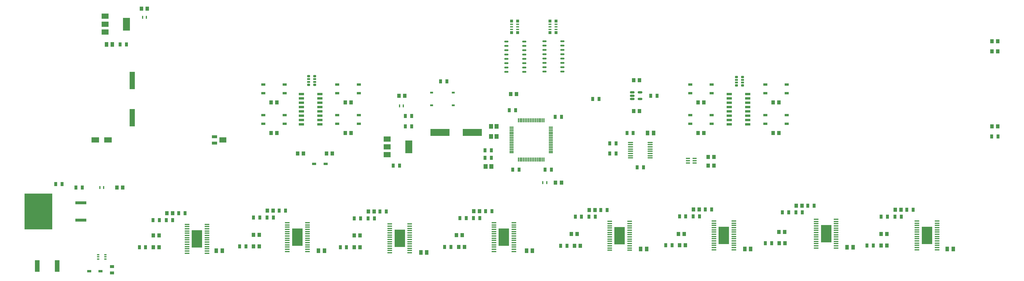
<source format=gtp>
G04 #@! TF.GenerationSoftware,KiCad,Pcbnew,7.0.7*
G04 #@! TF.CreationDate,2024-04-19T12:39:07-04:00*
G04 #@! TF.ProjectId,AOML_AB_3.0_reorganized-v2,414f4d4c-5f41-4425-9f33-2e305f72656f,1*
G04 #@! TF.SameCoordinates,Original*
G04 #@! TF.FileFunction,Paste,Top*
G04 #@! TF.FilePolarity,Positive*
%FSLAX46Y46*%
G04 Gerber Fmt 4.6, Leading zero omitted, Abs format (unit mm)*
G04 Created by KiCad (PCBNEW 7.0.7) date 2024-04-19 12:39:07*
%MOMM*%
%LPD*%
G01*
G04 APERTURE LIST*
G04 Aperture macros list*
%AMRoundRect*
0 Rectangle with rounded corners*
0 $1 Rounding radius*
0 $2 $3 $4 $5 $6 $7 $8 $9 X,Y pos of 4 corners*
0 Add a 4 corners polygon primitive as box body*
4,1,4,$2,$3,$4,$5,$6,$7,$8,$9,$2,$3,0*
0 Add four circle primitives for the rounded corners*
1,1,$1+$1,$2,$3*
1,1,$1+$1,$4,$5*
1,1,$1+$1,$6,$7*
1,1,$1+$1,$8,$9*
0 Add four rect primitives between the rounded corners*
20,1,$1+$1,$2,$3,$4,$5,0*
20,1,$1+$1,$4,$5,$6,$7,0*
20,1,$1+$1,$6,$7,$8,$9,0*
20,1,$1+$1,$8,$9,$2,$3,0*%
G04 Aperture macros list end*
%ADD10R,1.200000X0.400000*%
%ADD11R,0.855600X1.250000*%
%ADD12R,1.016000X1.219200*%
%ADD13R,1.200000X0.800000*%
%ADD14R,0.650001X0.399999*%
%ADD15R,1.305598X1.449997*%
%ADD16RoundRect,0.150000X-0.512500X-0.150000X0.512500X-0.150000X0.512500X0.150000X-0.512500X0.150000X0*%
%ADD17R,1.066800X1.346200*%
%ADD18R,2.000000X1.500000*%
%ADD19R,2.000000X3.800000*%
%ADD20R,1.100000X1.380000*%
%ADD21O,1.250000X0.549999*%
%ADD22R,1.525000X0.650000*%
%ADD23R,1.460000X3.440000*%
%ADD24R,1.210000X0.730000*%
%ADD25R,1.193800X0.304800*%
%ADD26R,0.304800X1.193800*%
%ADD27R,5.600000X2.100000*%
%ADD28R,0.457200X0.812800*%
%ADD29R,1.475000X0.450000*%
%ADD30R,3.100000X5.180000*%
%ADD31R,0.889000X0.914400*%
%ADD32R,0.889000X0.406400*%
%ADD33R,1.600200X5.105400*%
%ADD34R,2.184400X1.625600*%
%ADD35R,3.200400X0.939800*%
%ADD36R,8.204200X10.591800*%
%ADD37RoundRect,0.091500X-0.358500X-0.213500X0.358500X-0.213500X0.358500X0.213500X-0.358500X0.213500X0*%
%ADD38RoundRect,0.068900X-0.381100X-0.196100X0.381100X-0.196100X0.381100X0.196100X-0.381100X0.196100X0*%
%ADD39R,1.549400X0.939800*%
%ADD40R,2.133600X1.498600*%
%ADD41R,0.952500X0.558800*%
%ADD42R,1.168400X1.447800*%
%ADD43R,1.250000X0.855600*%
%ADD44RoundRect,0.100000X-0.637500X-0.100000X0.637500X-0.100000X0.637500X0.100000X-0.637500X0.100000X0*%
G04 APERTURE END LIST*
D10*
X252000000Y-138450000D03*
X252000000Y-139100000D03*
X252000000Y-139750000D03*
X253900000Y-139750000D03*
X253900000Y-139100000D03*
X253900000Y-138450000D03*
D11*
X72468900Y-146960000D03*
X74324500Y-146960000D03*
D12*
X276949400Y-122000000D03*
X278651200Y-122000000D03*
D11*
X150000000Y-164500000D03*
X151855600Y-164500000D03*
X316156400Y-153500000D03*
X318012000Y-153500000D03*
D13*
X252650300Y-125730000D03*
X252650300Y-128270000D03*
X258950300Y-128270000D03*
X258950300Y-125730000D03*
D11*
X124572200Y-155725000D03*
X126427800Y-155725000D03*
D14*
X79039001Y-166670999D03*
X79039001Y-167321000D03*
X79039001Y-167970999D03*
X81089002Y-167970999D03*
X81089002Y-167321000D03*
X81089002Y-166670999D03*
D11*
X202475000Y-141750000D03*
X200619400Y-141750000D03*
D15*
X195802799Y-132000000D03*
X194197201Y-132000000D03*
D12*
X130350900Y-153725000D03*
X128649100Y-153725000D03*
X255265100Y-153425000D03*
X253563300Y-153425000D03*
D16*
X235606800Y-119050000D03*
X235606800Y-120000000D03*
X235606800Y-120950000D03*
X237881800Y-120950000D03*
X237881800Y-119050000D03*
D12*
X341149100Y-107000000D03*
X342850900Y-107000000D03*
D17*
X300376300Y-164500000D03*
X298623700Y-164500000D03*
D18*
X81000000Y-96700000D03*
X81000000Y-99000000D03*
D19*
X87300000Y-99000000D03*
D18*
X81000000Y-101300000D03*
D11*
X102644400Y-154500000D03*
X104500000Y-154500000D03*
D12*
X257899100Y-138000000D03*
X259600900Y-138000000D03*
X124576900Y-160842600D03*
X126278700Y-160842600D03*
X154076900Y-161000000D03*
X155778700Y-161000000D03*
D11*
X234072200Y-131000000D03*
X235927800Y-131000000D03*
D12*
X285412900Y-152275000D03*
X283711100Y-152275000D03*
X314435100Y-153500000D03*
X312733300Y-153500000D03*
D17*
X175376300Y-166000000D03*
X173623700Y-166000000D03*
D12*
X95149100Y-161000000D03*
X96850900Y-161000000D03*
D11*
X241072200Y-120000000D03*
X242927800Y-120000000D03*
X199547200Y-124250000D03*
X201402800Y-124250000D03*
D20*
X81424000Y-105000000D03*
X83150000Y-105000000D03*
D11*
X222915200Y-155550000D03*
X224770800Y-155550000D03*
X283634200Y-154275000D03*
X285489800Y-154275000D03*
D12*
X151437100Y-122000000D03*
X153138900Y-122000000D03*
X217798200Y-160550000D03*
X219500000Y-160550000D03*
D21*
X209874999Y-104055000D03*
X209874999Y-105325000D03*
X209874999Y-106595000D03*
X209874999Y-107865000D03*
X209874999Y-109135000D03*
X209874999Y-110405000D03*
X209874999Y-111675000D03*
X209874999Y-112945000D03*
X215124999Y-112945000D03*
X215124999Y-111675000D03*
X215124999Y-110405000D03*
X215124999Y-109135000D03*
X215124999Y-107865000D03*
X215124999Y-106595000D03*
X215124999Y-105325000D03*
X215124999Y-104055000D03*
D12*
X184076900Y-160925000D03*
X185778700Y-160925000D03*
D17*
X240123700Y-131000000D03*
X241876300Y-131000000D03*
D22*
X138576000Y-119555000D03*
X138576000Y-120825000D03*
X138576000Y-122095000D03*
X138576000Y-123365000D03*
X138576000Y-124635000D03*
X138576000Y-125905000D03*
X138576000Y-127175000D03*
X138576000Y-128445000D03*
X144000000Y-128445000D03*
X144000000Y-127175000D03*
X144000000Y-125905000D03*
X144000000Y-124635000D03*
X144000000Y-123365000D03*
X144000000Y-122095000D03*
X144000000Y-120825000D03*
X144000000Y-119555000D03*
D17*
X329752600Y-165000000D03*
X328000000Y-165000000D03*
D11*
X179441600Y-115832200D03*
X181297200Y-115832200D03*
D12*
X341149100Y-104000000D03*
X342850900Y-104000000D03*
D11*
X304500000Y-164000000D03*
X306355600Y-164000000D03*
X154072200Y-156000000D03*
X155927800Y-156000000D03*
X249486400Y-155425000D03*
X251342000Y-155425000D03*
D12*
X95149100Y-164500000D03*
X96850900Y-164500000D03*
X308576900Y-160600000D03*
X310278700Y-160600000D03*
D13*
X127426000Y-125730000D03*
X127426000Y-128270000D03*
X133726000Y-128270000D03*
X133726000Y-125730000D03*
D23*
X67000000Y-170000000D03*
X61148000Y-170000000D03*
D24*
X79719000Y-171500000D03*
X76359000Y-171500000D03*
D11*
X287134200Y-152275000D03*
X288989800Y-152275000D03*
D25*
X200250001Y-129250000D03*
X200250001Y-129749999D03*
X200250001Y-130250000D03*
X200250001Y-130749999D03*
X200250001Y-131250001D03*
X200250001Y-131750000D03*
X200250001Y-132249999D03*
X200250001Y-132750000D03*
X200250001Y-133250000D03*
X200250001Y-133750001D03*
X200250001Y-134250000D03*
X200250001Y-134749999D03*
X200250001Y-135250001D03*
X200250001Y-135750000D03*
X200250001Y-136250001D03*
X200250001Y-136750000D03*
D26*
X202250000Y-138749999D03*
X202749999Y-138749999D03*
X203250000Y-138749999D03*
X203749999Y-138749999D03*
X204250001Y-138749999D03*
X204750000Y-138749999D03*
X205249999Y-138749999D03*
X205750000Y-138749999D03*
X206250000Y-138749999D03*
X206750001Y-138749999D03*
X207250000Y-138749999D03*
X207749999Y-138749999D03*
X208250001Y-138749999D03*
X208750000Y-138749999D03*
X209250001Y-138749999D03*
X209750000Y-138749999D03*
D25*
X211749999Y-136750000D03*
X211749999Y-136250001D03*
X211749999Y-135750000D03*
X211749999Y-135250001D03*
X211749999Y-134749999D03*
X211749999Y-134250000D03*
X211749999Y-133750001D03*
X211749999Y-133250000D03*
X211749999Y-132750000D03*
X211749999Y-132249999D03*
X211749999Y-131750000D03*
X211749999Y-131250001D03*
X211749999Y-130749999D03*
X211749999Y-130250000D03*
X211749999Y-129749999D03*
X211749999Y-129250000D03*
D26*
X209750000Y-127250001D03*
X209250001Y-127250001D03*
X208750000Y-127250001D03*
X208250001Y-127250001D03*
X207749999Y-127250001D03*
X207250000Y-127250001D03*
X206750001Y-127250001D03*
X206250000Y-127250001D03*
X205750000Y-127250001D03*
X205249999Y-127250001D03*
X204750000Y-127250001D03*
X204250001Y-127250001D03*
X203749999Y-127250001D03*
X203250000Y-127250001D03*
X202749999Y-127250001D03*
X202250000Y-127250001D03*
D11*
X192644450Y-153925000D03*
X194500050Y-153925000D03*
D27*
X188750000Y-130750000D03*
X179250000Y-130750000D03*
D11*
X218915200Y-155550000D03*
X220770800Y-155550000D03*
D13*
X149138000Y-116730000D03*
X149138000Y-119270000D03*
X155438000Y-119270000D03*
X155438000Y-116730000D03*
D11*
X194330600Y-136000000D03*
X192475000Y-136000000D03*
D13*
X274645000Y-116730000D03*
X274645000Y-119270000D03*
X280945000Y-119270000D03*
X280945000Y-116730000D03*
D11*
X128572200Y-155725000D03*
X130427800Y-155725000D03*
X237072200Y-141000000D03*
X238927800Y-141000000D03*
X229072200Y-137000000D03*
X230927800Y-137000000D03*
X120500000Y-164225000D03*
X122355600Y-164225000D03*
D13*
X252645000Y-116730000D03*
X252645000Y-119270000D03*
X258945000Y-119270000D03*
X258945000Y-116730000D03*
D11*
X257058600Y-153425000D03*
X258914200Y-153425000D03*
D21*
X198750000Y-104150000D03*
X198750000Y-105420000D03*
X198750000Y-106690000D03*
X198750000Y-107960000D03*
X198750000Y-109230000D03*
X198750000Y-110500000D03*
X198750000Y-111770000D03*
X198750000Y-113040000D03*
X204000000Y-113040000D03*
X204000000Y-111770000D03*
X204000000Y-110500000D03*
X204000000Y-109230000D03*
X204000000Y-107960000D03*
X204000000Y-106690000D03*
X204000000Y-105420000D03*
X204000000Y-104150000D03*
D17*
X115376300Y-165500000D03*
X113623700Y-165500000D03*
D28*
X80611900Y-146960000D03*
X79468900Y-146960000D03*
D12*
X218721300Y-164050000D03*
X220423100Y-164050000D03*
X190850950Y-153925000D03*
X189149150Y-153925000D03*
D11*
X279634200Y-154275000D03*
X281489800Y-154275000D03*
D12*
X151437100Y-131000000D03*
X153138900Y-131000000D03*
D15*
X195802799Y-129000000D03*
X194197201Y-129000000D03*
D12*
X86170700Y-146960000D03*
X84468900Y-146960000D03*
D11*
X308656400Y-155500000D03*
X310512000Y-155500000D03*
D12*
X184721300Y-164425000D03*
X186423100Y-164425000D03*
D29*
X259562000Y-156775000D03*
X259562000Y-157425000D03*
X259562000Y-158075000D03*
X259562000Y-158725000D03*
X259562000Y-159375000D03*
X259562000Y-160025000D03*
X259562000Y-160675000D03*
X259562000Y-161325000D03*
X259562000Y-161975000D03*
X259562000Y-162625000D03*
X259562000Y-163275000D03*
X259562000Y-163925000D03*
X259562000Y-164575000D03*
X259562000Y-165225000D03*
X265438000Y-165225000D03*
X265438000Y-164575000D03*
X265438000Y-163925000D03*
X265438000Y-163275000D03*
X265438000Y-162625000D03*
X265438000Y-161975000D03*
X265438000Y-161325000D03*
X265438000Y-160675000D03*
X265438000Y-160025000D03*
X265438000Y-159375000D03*
X265438000Y-158725000D03*
X265438000Y-158075000D03*
X265438000Y-157425000D03*
X265438000Y-156775000D03*
D30*
X262500000Y-161000000D03*
D17*
X206376300Y-165500000D03*
X204623700Y-165500000D03*
D11*
X99000000Y-156500000D03*
X100855600Y-156500000D03*
X194330600Y-138250000D03*
X192475000Y-138250000D03*
X230855600Y-134000000D03*
X229000000Y-134000000D03*
D31*
X211500000Y-98096400D03*
D32*
X211500000Y-99074300D03*
X211500000Y-99798200D03*
X211500000Y-100522100D03*
D31*
X211500000Y-101500000D03*
X213278000Y-101500000D03*
D32*
X213278000Y-100522100D03*
X213278000Y-99798200D03*
X213278000Y-99074300D03*
D31*
X213278000Y-98096400D03*
D11*
X245423100Y-163925000D03*
X247278700Y-163925000D03*
X66541100Y-145960000D03*
X68396700Y-145960000D03*
X158144400Y-156000000D03*
X160000000Y-156000000D03*
D33*
X89000000Y-126461000D03*
X89000000Y-115539000D03*
D11*
X95072200Y-156500000D03*
X96927800Y-156500000D03*
D29*
X105062000Y-157775000D03*
X105062000Y-158425000D03*
X105062000Y-159075000D03*
X105062000Y-159725000D03*
X105062000Y-160375000D03*
X105062000Y-161025000D03*
X105062000Y-161675000D03*
X105062000Y-162325000D03*
X105062000Y-162975000D03*
X105062000Y-163625000D03*
X105062000Y-164275000D03*
X105062000Y-164925000D03*
X105062000Y-165575000D03*
X105062000Y-166225000D03*
X110938000Y-166225000D03*
X110938000Y-165575000D03*
X110938000Y-164925000D03*
X110938000Y-164275000D03*
X110938000Y-163625000D03*
X110938000Y-162975000D03*
X110938000Y-162325000D03*
X110938000Y-161675000D03*
X110938000Y-161025000D03*
X110938000Y-160375000D03*
X110938000Y-159725000D03*
X110938000Y-159075000D03*
X110938000Y-158425000D03*
X110938000Y-157775000D03*
D30*
X108000000Y-162000000D03*
D34*
X81854200Y-133000000D03*
X78145800Y-133000000D03*
D12*
X254944100Y-122000000D03*
X256645900Y-122000000D03*
D17*
X270376300Y-165000000D03*
X268623700Y-165000000D03*
D11*
X213047200Y-126250000D03*
X214902800Y-126250000D03*
D18*
X163777800Y-132700000D03*
X163777800Y-135000000D03*
D19*
X170077800Y-135000000D03*
D18*
X163777800Y-137300000D03*
D12*
X249500000Y-163925000D03*
X251201800Y-163925000D03*
D22*
X264083000Y-119555000D03*
X264083000Y-120825000D03*
X264083000Y-122095000D03*
X264083000Y-123365000D03*
X264083000Y-124635000D03*
X264083000Y-125905000D03*
X264083000Y-127175000D03*
X264083000Y-128445000D03*
X269507000Y-128445000D03*
X269507000Y-127175000D03*
X269507000Y-125905000D03*
X269507000Y-124635000D03*
X269507000Y-123365000D03*
X269507000Y-122095000D03*
X269507000Y-120825000D03*
X269507000Y-119555000D03*
D12*
X129725100Y-131000000D03*
X131426900Y-131000000D03*
D29*
X229000000Y-156900000D03*
X229000000Y-157550000D03*
X229000000Y-158200000D03*
X229000000Y-158850000D03*
X229000000Y-159500000D03*
X229000000Y-160150000D03*
X229000000Y-160800000D03*
X229000000Y-161450000D03*
X229000000Y-162100000D03*
X229000000Y-162750000D03*
X229000000Y-163400000D03*
X229000000Y-164050000D03*
X229000000Y-164700000D03*
X229000000Y-165350000D03*
X234876000Y-165350000D03*
X234876000Y-164700000D03*
X234876000Y-164050000D03*
X234876000Y-163400000D03*
X234876000Y-162750000D03*
X234876000Y-162100000D03*
X234876000Y-161450000D03*
X234876000Y-160800000D03*
X234876000Y-160150000D03*
X234876000Y-159500000D03*
X234876000Y-158850000D03*
X234876000Y-158200000D03*
X234876000Y-157550000D03*
X234876000Y-156900000D03*
D30*
X231938000Y-161125000D03*
D12*
X159923100Y-154000000D03*
X158221300Y-154000000D03*
D35*
X73902200Y-156540000D03*
X73902200Y-151460000D03*
D36*
X61468900Y-154000000D03*
D11*
X226415200Y-153550000D03*
X228270800Y-153550000D03*
D37*
X140723000Y-114315000D03*
D38*
X140723000Y-115155000D03*
X140723000Y-115955000D03*
D37*
X140723000Y-116795000D03*
X142493000Y-116795000D03*
D38*
X142493000Y-115955000D03*
X142493000Y-115155000D03*
D37*
X142493000Y-114315000D03*
D28*
X167356300Y-123000000D03*
X168499300Y-123000000D03*
D12*
X341149100Y-129000000D03*
X342850900Y-129000000D03*
X276944100Y-131000000D03*
X278645900Y-131000000D03*
D11*
X91072200Y-164500000D03*
X92927800Y-164500000D03*
D12*
X146000000Y-137000000D03*
X147701800Y-137000000D03*
D11*
X211902800Y-141750000D03*
X210047200Y-141750000D03*
D12*
X129725100Y-122000000D03*
X131426900Y-122000000D03*
X278649100Y-160000000D03*
X280350900Y-160000000D03*
X254944100Y-131000000D03*
X256645900Y-131000000D03*
D11*
X189072250Y-155925000D03*
X190927850Y-155925000D03*
D37*
X266230000Y-114520000D03*
D38*
X266230000Y-115360000D03*
X266230000Y-116160000D03*
D37*
X266230000Y-117000000D03*
X268000000Y-117000000D03*
D38*
X268000000Y-116160000D03*
X268000000Y-115360000D03*
D37*
X268000000Y-114520000D03*
D12*
X91733300Y-94500000D03*
X93435100Y-94500000D03*
D11*
X169072200Y-126000000D03*
X170927800Y-126000000D03*
D28*
X210571500Y-145500000D03*
X209428500Y-145500000D03*
D12*
X249149100Y-160609250D03*
X250850900Y-160609250D03*
D39*
X113115700Y-132050000D03*
D40*
X115592200Y-133000000D03*
D39*
X113115700Y-133950000D03*
D29*
X164500000Y-157648100D03*
X164500000Y-158298100D03*
X164500000Y-158948100D03*
X164500000Y-159598100D03*
X164500000Y-160248100D03*
X164500000Y-160898100D03*
X164500000Y-161548100D03*
X164500000Y-162198100D03*
X164500000Y-162848100D03*
X164500000Y-163498100D03*
X164500000Y-164148100D03*
X164500000Y-164798100D03*
X164500000Y-165448100D03*
X164500000Y-166098100D03*
X170376000Y-166098100D03*
X170376000Y-165448100D03*
X170376000Y-164798100D03*
X170376000Y-164148100D03*
X170376000Y-163498100D03*
X170376000Y-162848100D03*
X170376000Y-162198100D03*
X170376000Y-161548100D03*
X170376000Y-160898100D03*
X170376000Y-160248100D03*
X170376000Y-159598100D03*
X170376000Y-158948100D03*
X170376000Y-158298100D03*
X170376000Y-157648100D03*
D30*
X167438000Y-161873100D03*
D12*
X100850900Y-154500000D03*
X99149100Y-154500000D03*
X200000000Y-119558800D03*
X201701800Y-119558800D03*
D13*
X127426000Y-116730000D03*
X127426000Y-119270000D03*
X133726000Y-119270000D03*
X133726000Y-116730000D03*
D12*
X154076900Y-164500000D03*
X155778700Y-164500000D03*
D11*
X312656400Y-155500000D03*
X314512000Y-155500000D03*
D12*
X214850900Y-145500000D03*
X213149100Y-145500000D03*
D29*
X134500000Y-157275000D03*
X134500000Y-157925000D03*
X134500000Y-158575000D03*
X134500000Y-159225000D03*
X134500000Y-159875000D03*
X134500000Y-160525000D03*
X134500000Y-161175000D03*
X134500000Y-161825000D03*
X134500000Y-162475000D03*
X134500000Y-163125000D03*
X134500000Y-163775000D03*
X134500000Y-164425000D03*
X134500000Y-165075000D03*
X134500000Y-165725000D03*
X140376000Y-165725000D03*
X140376000Y-165075000D03*
X140376000Y-164425000D03*
X140376000Y-163775000D03*
X140376000Y-163125000D03*
X140376000Y-162475000D03*
X140376000Y-161825000D03*
X140376000Y-161175000D03*
X140376000Y-160525000D03*
X140376000Y-159875000D03*
X140376000Y-159225000D03*
X140376000Y-158575000D03*
X140376000Y-157925000D03*
X140376000Y-157275000D03*
D30*
X137438000Y-161500000D03*
D11*
X180644400Y-164425000D03*
X182500000Y-164425000D03*
X169072200Y-129000000D03*
X170927800Y-129000000D03*
X214644400Y-164050000D03*
X216500000Y-164050000D03*
D41*
X176818650Y-119145800D03*
X183181350Y-119145800D03*
X176818650Y-122854200D03*
X183181350Y-122854200D03*
D29*
X289562000Y-156275000D03*
X289562000Y-156925000D03*
X289562000Y-157575000D03*
X289562000Y-158225000D03*
X289562000Y-158875000D03*
X289562000Y-159525000D03*
X289562000Y-160175000D03*
X289562000Y-160825000D03*
X289562000Y-161475000D03*
X289562000Y-162125000D03*
X289562000Y-162775000D03*
X289562000Y-163425000D03*
X289562000Y-164075000D03*
X289562000Y-164725000D03*
X295438000Y-164725000D03*
X295438000Y-164075000D03*
X295438000Y-163425000D03*
X295438000Y-162775000D03*
X295438000Y-162125000D03*
X295438000Y-161475000D03*
X295438000Y-160825000D03*
X295438000Y-160175000D03*
X295438000Y-159525000D03*
X295438000Y-158875000D03*
X295438000Y-158225000D03*
X295438000Y-157575000D03*
X295438000Y-156925000D03*
X295438000Y-156275000D03*
D30*
X292500000Y-160500000D03*
D12*
X124576900Y-164225000D03*
X126278700Y-164225000D03*
D42*
X192598700Y-140750000D03*
X194351300Y-140750000D03*
D11*
X85431400Y-105000000D03*
X87287000Y-105000000D03*
D12*
X278721300Y-163275000D03*
X280423100Y-163275000D03*
D11*
X253486400Y-155425000D03*
X255342000Y-155425000D03*
D17*
X145376300Y-165500000D03*
X143623700Y-165500000D03*
D43*
X83039000Y-170144400D03*
X83039000Y-172000000D03*
D29*
X195062000Y-157275000D03*
X195062000Y-157925000D03*
X195062000Y-158575000D03*
X195062000Y-159225000D03*
X195062000Y-159875000D03*
X195062000Y-160525000D03*
X195062000Y-161175000D03*
X195062000Y-161825000D03*
X195062000Y-162475000D03*
X195062000Y-163125000D03*
X195062000Y-163775000D03*
X195062000Y-164425000D03*
X195062000Y-165075000D03*
X195062000Y-165725000D03*
X200938000Y-165725000D03*
X200938000Y-165075000D03*
X200938000Y-164425000D03*
X200938000Y-163775000D03*
X200938000Y-163125000D03*
X200938000Y-162475000D03*
X200938000Y-161825000D03*
X200938000Y-161175000D03*
X200938000Y-160525000D03*
X200938000Y-159875000D03*
X200938000Y-159225000D03*
X200938000Y-158575000D03*
X200938000Y-157925000D03*
X200938000Y-157275000D03*
D30*
X198000000Y-161500000D03*
D31*
X200222000Y-98096400D03*
D32*
X200222000Y-99074300D03*
X200222000Y-99798200D03*
X200222000Y-100522100D03*
D31*
X200222000Y-101500000D03*
X202000000Y-101500000D03*
D32*
X202000000Y-100522100D03*
X202000000Y-99798200D03*
X202000000Y-99074300D03*
D31*
X202000000Y-98096400D03*
D12*
X237732700Y-124500000D03*
X236030900Y-124500000D03*
D11*
X132072200Y-153725000D03*
X133927800Y-153725000D03*
D24*
X145680000Y-140000000D03*
X142320000Y-140000000D03*
D11*
X341072200Y-132000000D03*
X342927800Y-132000000D03*
X161644400Y-154000000D03*
X163500000Y-154000000D03*
D17*
X239876300Y-165000000D03*
X238123700Y-165000000D03*
D12*
X224693900Y-153550000D03*
X222992100Y-153550000D03*
X257899100Y-140500000D03*
X259600900Y-140500000D03*
D11*
X165572200Y-140500000D03*
X167427800Y-140500000D03*
D13*
X274645000Y-125730000D03*
X274645000Y-128270000D03*
X280945000Y-128270000D03*
X280945000Y-125730000D03*
D12*
X308576900Y-164000000D03*
X310278700Y-164000000D03*
D28*
X93150000Y-97000000D03*
X92007000Y-97000000D03*
D13*
X149138000Y-125730000D03*
X149138000Y-128270000D03*
X155438000Y-128270000D03*
X155438000Y-125730000D03*
D12*
X168927800Y-120000000D03*
X167226000Y-120000000D03*
D11*
X185072250Y-155925000D03*
X186927850Y-155925000D03*
D29*
X319146200Y-156775000D03*
X319146200Y-157425000D03*
X319146200Y-158075000D03*
X319146200Y-158725000D03*
X319146200Y-159375000D03*
X319146200Y-160025000D03*
X319146200Y-160675000D03*
X319146200Y-161325000D03*
X319146200Y-161975000D03*
X319146200Y-162625000D03*
X319146200Y-163275000D03*
X319146200Y-163925000D03*
X319146200Y-164575000D03*
X319146200Y-165225000D03*
X325022200Y-165225000D03*
X325022200Y-164575000D03*
X325022200Y-163925000D03*
X325022200Y-163275000D03*
X325022200Y-162625000D03*
X325022200Y-161975000D03*
X325022200Y-161325000D03*
X325022200Y-160675000D03*
X325022200Y-160025000D03*
X325022200Y-159375000D03*
X325022200Y-158725000D03*
X325022200Y-158075000D03*
X325022200Y-157425000D03*
X325022200Y-156775000D03*
D30*
X322084200Y-161000000D03*
D11*
X225927800Y-121000000D03*
X224072200Y-121000000D03*
D12*
X237732700Y-115500000D03*
X236030900Y-115500000D03*
X139201800Y-137000000D03*
X137500000Y-137000000D03*
D11*
X274644400Y-163275000D03*
X276500000Y-163275000D03*
D44*
X235137500Y-133725000D03*
X235137500Y-134375000D03*
X235137500Y-135025000D03*
X235137500Y-135675000D03*
X235137500Y-136325000D03*
X235137500Y-136975000D03*
X235137500Y-137625000D03*
X235137500Y-138275000D03*
X240862500Y-138275000D03*
X240862500Y-137625000D03*
X240862500Y-136975000D03*
X240862500Y-136325000D03*
X240862500Y-135675000D03*
X240862500Y-135025000D03*
X240862500Y-134375000D03*
X240862500Y-133725000D03*
M02*

</source>
